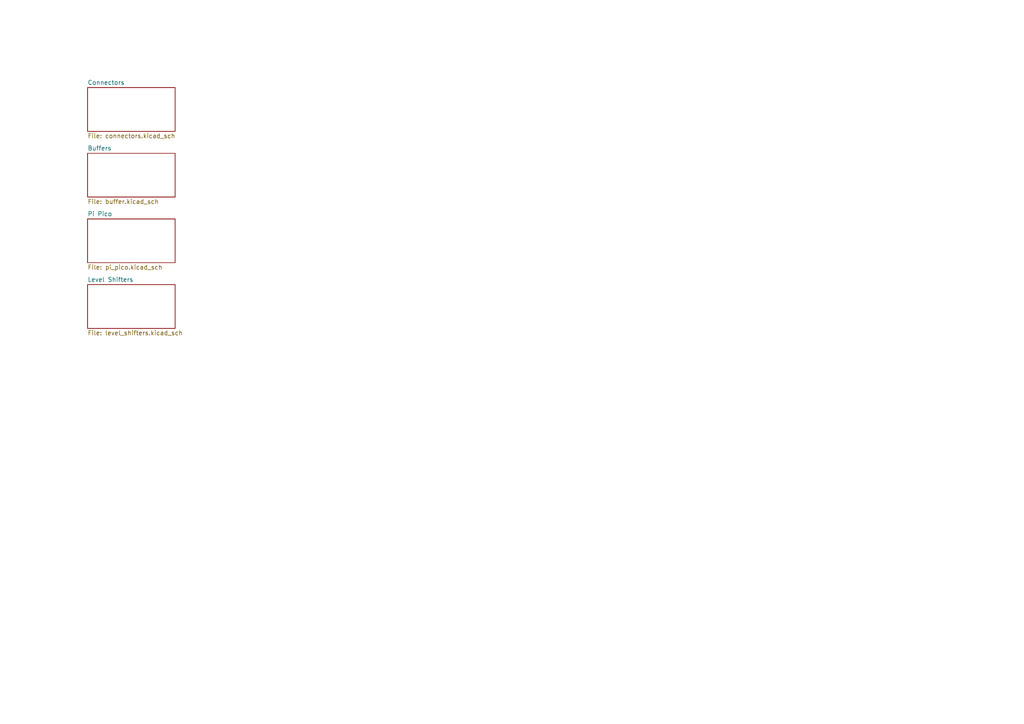
<source format=kicad_sch>
(kicad_sch
	(version 20250114)
	(generator "eeschema")
	(generator_version "9.0")
	(uuid "77a06b1b-1c86-4d65-8df4-558f8b035a4c")
	(paper "A4")
	(lib_symbols)
	(sheet
		(at 25.4 63.5)
		(size 25.4 12.7)
		(exclude_from_sim no)
		(in_bom yes)
		(on_board yes)
		(dnp no)
		(fields_autoplaced yes)
		(stroke
			(width 0.1524)
			(type solid)
		)
		(fill
			(color 0 0 0 0.0000)
		)
		(uuid "2c7e2bd7-91b5-466a-bcdd-15bed22b1da3")
		(property "Sheetname" "Pi Pico"
			(at 25.4 62.7884 0)
			(effects
				(font
					(size 1.27 1.27)
				)
				(justify left bottom)
			)
		)
		(property "Sheetfile" "pi_pico.kicad_sch"
			(at 25.4 76.7846 0)
			(effects
				(font
					(size 1.27 1.27)
				)
				(justify left top)
			)
		)
		(instances
			(project "hub12-controller-hw"
				(path "/77a06b1b-1c86-4d65-8df4-558f8b035a4c"
					(page "4")
				)
			)
		)
	)
	(sheet
		(at 25.4 82.55)
		(size 25.4 12.7)
		(exclude_from_sim no)
		(in_bom yes)
		(on_board yes)
		(dnp no)
		(fields_autoplaced yes)
		(stroke
			(width 0.1524)
			(type solid)
		)
		(fill
			(color 0 0 0 0.0000)
		)
		(uuid "2d7f2257-3e6b-4bb5-ac3f-f6a2e8fbf7de")
		(property "Sheetname" "Level Shifters"
			(at 25.4 81.8384 0)
			(effects
				(font
					(size 1.27 1.27)
				)
				(justify left bottom)
			)
		)
		(property "Sheetfile" "level_shifters.kicad_sch"
			(at 25.4 95.8346 0)
			(effects
				(font
					(size 1.27 1.27)
				)
				(justify left top)
			)
		)
		(instances
			(project "hub12-controller-hw"
				(path "/77a06b1b-1c86-4d65-8df4-558f8b035a4c"
					(page "5")
				)
			)
		)
	)
	(sheet
		(at 25.4 44.45)
		(size 25.4 12.7)
		(exclude_from_sim no)
		(in_bom yes)
		(on_board yes)
		(dnp no)
		(fields_autoplaced yes)
		(stroke
			(width 0.1524)
			(type solid)
		)
		(fill
			(color 0 0 0 0.0000)
		)
		(uuid "536bdecf-e290-40b6-8819-98955ed4bdc8")
		(property "Sheetname" "Buffers"
			(at 25.4 43.7384 0)
			(effects
				(font
					(size 1.27 1.27)
				)
				(justify left bottom)
			)
		)
		(property "Sheetfile" "buffer.kicad_sch"
			(at 25.4 57.7346 0)
			(effects
				(font
					(size 1.27 1.27)
				)
				(justify left top)
			)
		)
		(instances
			(project "hub12-controller-hw"
				(path "/77a06b1b-1c86-4d65-8df4-558f8b035a4c"
					(page "3")
				)
			)
		)
	)
	(sheet
		(at 25.4 25.4)
		(size 25.4 12.7)
		(exclude_from_sim no)
		(in_bom yes)
		(on_board yes)
		(dnp no)
		(fields_autoplaced yes)
		(stroke
			(width 0.1524)
			(type solid)
		)
		(fill
			(color 0 0 0 0.0000)
		)
		(uuid "8cc93bbf-5edc-477b-9c23-37fcfe20c5ec")
		(property "Sheetname" "Connectors"
			(at 25.4 24.6884 0)
			(effects
				(font
					(size 1.27 1.27)
				)
				(justify left bottom)
			)
		)
		(property "Sheetfile" "connectors.kicad_sch"
			(at 25.4 38.6846 0)
			(effects
				(font
					(size 1.27 1.27)
				)
				(justify left top)
			)
		)
		(instances
			(project "hub12-controller-hw"
				(path "/77a06b1b-1c86-4d65-8df4-558f8b035a4c"
					(page "2")
				)
			)
		)
	)
	(sheet_instances
		(path "/"
			(page "1")
		)
	)
	(embedded_fonts no)
)

</source>
